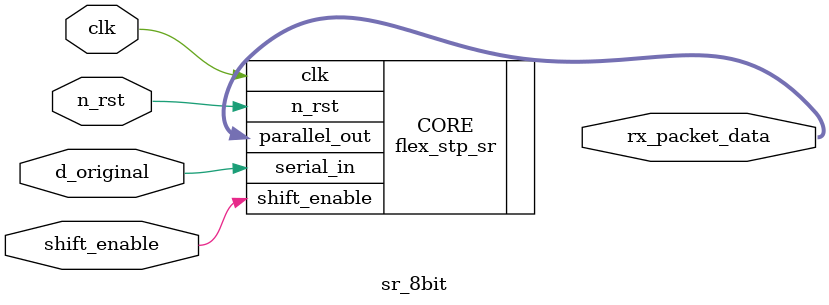
<source format=sv>
module sr_8bit
(
  input  clk,
  input  n_rst,
  input logic d_original,
  input logic shift_enable,
  output logic [7:0] rx_packet_data
);

  flex_stp_sr #(
    .NUM_BITS(8),
		.SHIFT_MSB(0)
  )
  CORE(
    .clk(clk),
    .n_rst(n_rst),
    .serial_in(d_original),
    .shift_enable(shift_enable),
    .parallel_out(rx_packet_data)
  );

endmodule

</source>
